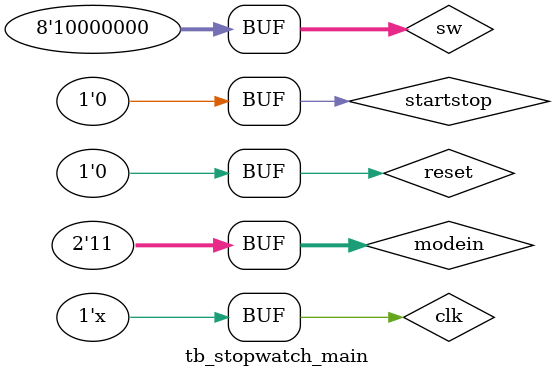
<source format=v>
`timescale 1ns / 1ps


module tb_stopwatch_main;
reg clk;
reg reset;
reg startstop; 
reg [7:0] sw;
reg [1:0] modein;
wire [15:0] out;

stopwatch_main s1(
    .clk(clk),
    .reset(reset),
    .startstop(startstop),
    .sw(sw),
    .modein(modein),
    .out(out)
    );

initial begin

clk = 0;
reset = 0;
startstop = 0;
sw = 8'b10011001;
modein = 2'b10;
#50

startstop = 1;
#10

startstop = 0;
#100

reset = 1;
#10

reset = 0;
#10

startstop = 1;
#10

sw = 8'b10000000;
#20

startstop = 0;
#200

modein = 2'b01;
#40

startstop = 1;
#20

startstop = 0;
#20

reset = 1;
#10

reset = 0;
#200

modein = 2'b11;
#30

startstop = 1;
#40

startstop = 0;

end

always
#10 clk = ~clk;

endmodule

</source>
